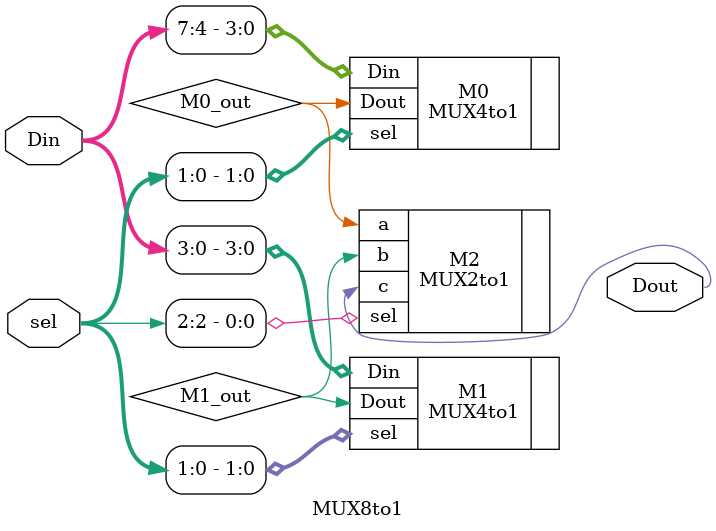
<source format=v>
module MUX8to1(Dout, Din, sel);
output Dout;
input [7:0]Din;
input [2:0]sel;

wire M0_out, M1_out;

/*first*/
MUX4to1 M0(.Dout(M0_out),
            .Din(Din[7:4]),
            .sel(sel[1:0]));
            
MUX4to1 M1(.Dout(M1_out),
            .Din(Din[3:0]),
            .sel(sel[1:0]));
            
/*second*/
MUX2to1 M2(.c(Dout),
            .a(M0_out),
            .b(M1_out),
            .sel(sel[2]));

endmodule
</source>
